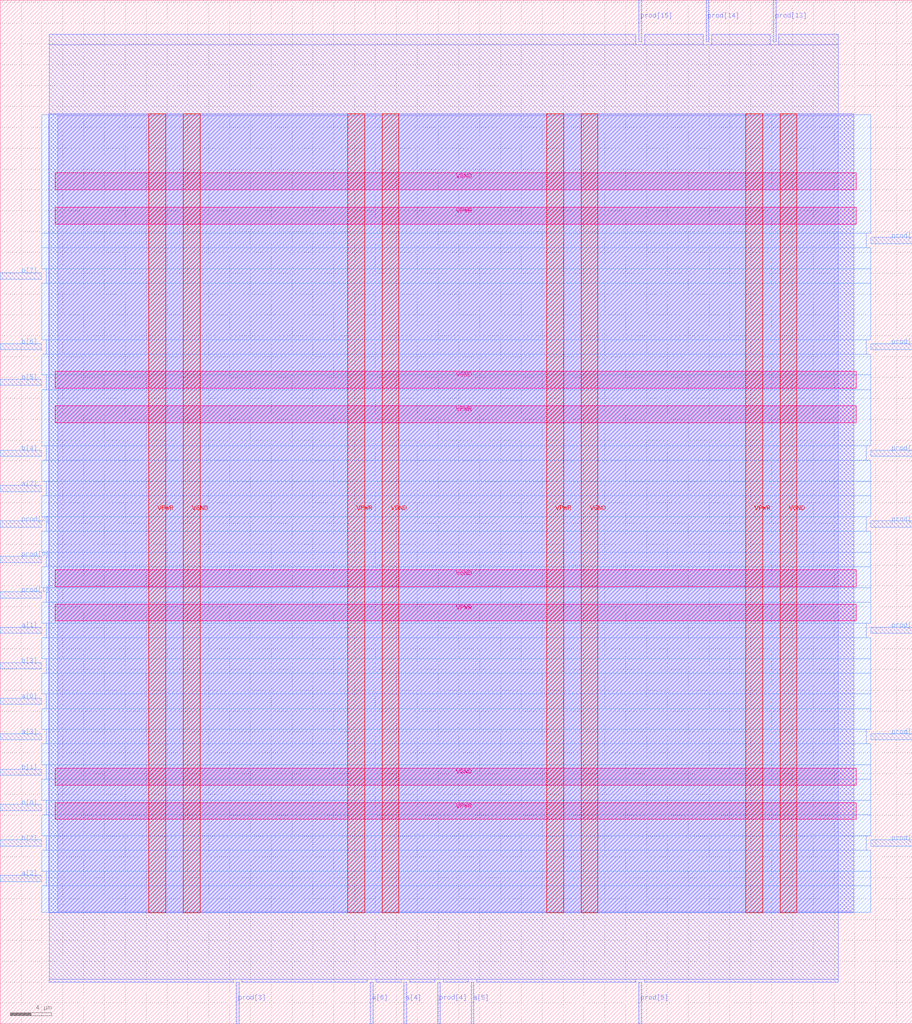
<source format=lef>
VERSION 5.7 ;
  NOWIREEXTENSIONATPIN ON ;
  DIVIDERCHAR "/" ;
  BUSBITCHARS "[]" ;
MACRO pes_vedic_mul
  CLASS BLOCK ;
  FOREIGN pes_vedic_mul ;
  ORIGIN 0.000 0.000 ;
  SIZE 87.495 BY 98.215 ;
  PIN VGND
    DIRECTION INOUT ;
    USE GROUND ;
    PORT
      LAYER met4 ;
        RECT 17.565 10.640 19.165 87.280 ;
    END
    PORT
      LAYER met4 ;
        RECT 36.655 10.640 38.255 87.280 ;
    END
    PORT
      LAYER met4 ;
        RECT 55.745 10.640 57.345 87.280 ;
    END
    PORT
      LAYER met4 ;
        RECT 74.835 10.640 76.435 87.280 ;
    END
    PORT
      LAYER met5 ;
        RECT 5.280 22.900 82.120 24.500 ;
    END
    PORT
      LAYER met5 ;
        RECT 5.280 41.940 82.120 43.540 ;
    END
    PORT
      LAYER met5 ;
        RECT 5.280 60.980 82.120 62.580 ;
    END
    PORT
      LAYER met5 ;
        RECT 5.280 80.020 82.120 81.620 ;
    END
  END VGND
  PIN VPWR
    DIRECTION INOUT ;
    USE POWER ;
    PORT
      LAYER met4 ;
        RECT 14.265 10.640 15.865 87.280 ;
    END
    PORT
      LAYER met4 ;
        RECT 33.355 10.640 34.955 87.280 ;
    END
    PORT
      LAYER met4 ;
        RECT 52.445 10.640 54.045 87.280 ;
    END
    PORT
      LAYER met4 ;
        RECT 71.535 10.640 73.135 87.280 ;
    END
    PORT
      LAYER met5 ;
        RECT 5.280 19.600 82.120 21.200 ;
    END
    PORT
      LAYER met5 ;
        RECT 5.280 38.640 82.120 40.240 ;
    END
    PORT
      LAYER met5 ;
        RECT 5.280 57.680 82.120 59.280 ;
    END
    PORT
      LAYER met5 ;
        RECT 5.280 76.720 82.120 78.320 ;
    END
  END VPWR
  PIN a[0]
    DIRECTION INPUT ;
    USE SIGNAL ;
    ANTENNAGATEAREA 0.213000 ;
    PORT
      LAYER met3 ;
        RECT 0.000 30.640 4.000 31.240 ;
    END
  END a[0]
  PIN a[1]
    DIRECTION INPUT ;
    USE SIGNAL ;
    ANTENNAGATEAREA 0.213000 ;
    PORT
      LAYER met3 ;
        RECT 0.000 37.440 4.000 38.040 ;
    END
  END a[1]
  PIN a[2]
    DIRECTION INPUT ;
    USE SIGNAL ;
    ANTENNAGATEAREA 0.742500 ;
    PORT
      LAYER met3 ;
        RECT 0.000 13.640 4.000 14.240 ;
    END
  END a[2]
  PIN a[3]
    DIRECTION INPUT ;
    USE SIGNAL ;
    ANTENNAGATEAREA 0.495000 ;
    PORT
      LAYER met3 ;
        RECT 0.000 27.240 4.000 27.840 ;
    END
  END a[3]
  PIN a[4]
    DIRECTION INPUT ;
    USE SIGNAL ;
    ANTENNAGATEAREA 0.196500 ;
    PORT
      LAYER met2 ;
        RECT 38.730 0.000 39.010 4.000 ;
    END
  END a[4]
  PIN a[5]
    DIRECTION INPUT ;
    USE SIGNAL ;
    ANTENNAGATEAREA 0.196500 ;
    PORT
      LAYER met2 ;
        RECT 45.170 0.000 45.450 4.000 ;
    END
  END a[5]
  PIN a[6]
    DIRECTION INPUT ;
    USE SIGNAL ;
    ANTENNAGATEAREA 0.196500 ;
    PORT
      LAYER met2 ;
        RECT 35.510 0.000 35.790 4.000 ;
    END
  END a[6]
  PIN a[7]
    DIRECTION INPUT ;
    USE SIGNAL ;
    ANTENNAGATEAREA 0.196500 ;
    PORT
      LAYER met3 ;
        RECT 0.000 51.040 4.000 51.640 ;
    END
  END a[7]
  PIN b[0]
    DIRECTION INPUT ;
    USE SIGNAL ;
    ANTENNAGATEAREA 0.213000 ;
    PORT
      LAYER met3 ;
        RECT 0.000 20.440 4.000 21.040 ;
    END
  END b[0]
  PIN b[1]
    DIRECTION INPUT ;
    USE SIGNAL ;
    ANTENNAGATEAREA 0.247500 ;
    PORT
      LAYER met3 ;
        RECT 0.000 23.840 4.000 24.440 ;
    END
  END b[1]
  PIN b[2]
    DIRECTION INPUT ;
    USE SIGNAL ;
    ANTENNAGATEAREA 0.247500 ;
    PORT
      LAYER met3 ;
        RECT 0.000 17.040 4.000 17.640 ;
    END
  END b[2]
  PIN b[3]
    DIRECTION INPUT ;
    USE SIGNAL ;
    ANTENNAGATEAREA 0.247500 ;
    PORT
      LAYER met3 ;
        RECT 0.000 34.040 4.000 34.640 ;
    END
  END b[3]
  PIN b[4]
    DIRECTION INPUT ;
    USE SIGNAL ;
    ANTENNAGATEAREA 0.196500 ;
    PORT
      LAYER met3 ;
        RECT 0.000 54.440 4.000 55.040 ;
    END
  END b[4]
  PIN b[5]
    DIRECTION INPUT ;
    USE SIGNAL ;
    ANTENNAGATEAREA 0.159000 ;
    PORT
      LAYER met3 ;
        RECT 0.000 61.240 4.000 61.840 ;
    END
  END b[5]
  PIN b[6]
    DIRECTION INPUT ;
    USE SIGNAL ;
    ANTENNAGATEAREA 0.196500 ;
    PORT
      LAYER met3 ;
        RECT 0.000 64.640 4.000 65.240 ;
    END
  END b[6]
  PIN b[7]
    DIRECTION INPUT ;
    USE SIGNAL ;
    ANTENNAGATEAREA 0.213000 ;
    PORT
      LAYER met3 ;
        RECT 0.000 71.440 4.000 72.040 ;
    END
  END b[7]
  PIN prod[0]
    DIRECTION OUTPUT TRISTATE ;
    USE SIGNAL ;
    ANTENNADIFFAREA 0.795200 ;
    PORT
      LAYER met3 ;
        RECT 0.000 44.240 4.000 44.840 ;
    END
  END prod[0]
  PIN prod[10]
    DIRECTION OUTPUT TRISTATE ;
    USE SIGNAL ;
    ANTENNADIFFAREA 0.795200 ;
    PORT
      LAYER met3 ;
        RECT 83.495 54.440 87.495 55.040 ;
    END
  END prod[10]
  PIN prod[11]
    DIRECTION OUTPUT TRISTATE ;
    USE SIGNAL ;
    ANTENNADIFFAREA 0.445500 ;
    PORT
      LAYER met3 ;
        RECT 83.495 64.640 87.495 65.240 ;
    END
  END prod[11]
  PIN prod[12]
    DIRECTION OUTPUT TRISTATE ;
    USE SIGNAL ;
    ANTENNADIFFAREA 0.795200 ;
    PORT
      LAYER met3 ;
        RECT 83.495 74.840 87.495 75.440 ;
    END
  END prod[12]
  PIN prod[13]
    DIRECTION OUTPUT TRISTATE ;
    USE SIGNAL ;
    ANTENNADIFFAREA 0.795200 ;
    PORT
      LAYER met2 ;
        RECT 74.150 94.215 74.430 98.215 ;
    END
  END prod[13]
  PIN prod[14]
    DIRECTION OUTPUT TRISTATE ;
    USE SIGNAL ;
    ANTENNADIFFAREA 0.795200 ;
    PORT
      LAYER met2 ;
        RECT 67.710 94.215 67.990 98.215 ;
    END
  END prod[14]
  PIN prod[15]
    DIRECTION OUTPUT TRISTATE ;
    USE SIGNAL ;
    ANTENNADIFFAREA 1.336500 ;
    PORT
      LAYER met2 ;
        RECT 61.270 94.215 61.550 98.215 ;
    END
  END prod[15]
  PIN prod[1]
    DIRECTION OUTPUT TRISTATE ;
    USE SIGNAL ;
    ANTENNADIFFAREA 0.795200 ;
    PORT
      LAYER met3 ;
        RECT 0.000 40.840 4.000 41.440 ;
    END
  END prod[1]
  PIN prod[2]
    DIRECTION OUTPUT TRISTATE ;
    USE SIGNAL ;
    ANTENNADIFFAREA 0.795200 ;
    PORT
      LAYER met3 ;
        RECT 0.000 47.640 4.000 48.240 ;
    END
  END prod[2]
  PIN prod[3]
    DIRECTION OUTPUT TRISTATE ;
    USE SIGNAL ;
    ANTENNADIFFAREA 0.795200 ;
    PORT
      LAYER met2 ;
        RECT 22.630 0.000 22.910 4.000 ;
    END
  END prod[3]
  PIN prod[4]
    DIRECTION OUTPUT TRISTATE ;
    USE SIGNAL ;
    ANTENNADIFFAREA 0.795200 ;
    PORT
      LAYER met2 ;
        RECT 41.950 0.000 42.230 4.000 ;
    END
  END prod[4]
  PIN prod[5]
    DIRECTION OUTPUT TRISTATE ;
    USE SIGNAL ;
    ANTENNADIFFAREA 0.795200 ;
    PORT
      LAYER met2 ;
        RECT 61.270 0.000 61.550 4.000 ;
    END
  END prod[5]
  PIN prod[6]
    DIRECTION OUTPUT TRISTATE ;
    USE SIGNAL ;
    ANTENNADIFFAREA 0.445500 ;
    PORT
      LAYER met3 ;
        RECT 83.495 17.040 87.495 17.640 ;
    END
  END prod[6]
  PIN prod[7]
    DIRECTION OUTPUT TRISTATE ;
    USE SIGNAL ;
    ANTENNADIFFAREA 0.795200 ;
    PORT
      LAYER met3 ;
        RECT 83.495 27.240 87.495 27.840 ;
    END
  END prod[7]
  PIN prod[8]
    DIRECTION OUTPUT TRISTATE ;
    USE SIGNAL ;
    ANTENNADIFFAREA 0.445500 ;
    PORT
      LAYER met3 ;
        RECT 83.495 37.440 87.495 38.040 ;
    END
  END prod[8]
  PIN prod[9]
    DIRECTION OUTPUT TRISTATE ;
    USE SIGNAL ;
    ANTENNADIFFAREA 0.795200 ;
    PORT
      LAYER met3 ;
        RECT 83.495 47.640 87.495 48.240 ;
    END
  END prod[9]
  OBS
      LAYER li1 ;
        RECT 5.520 10.795 81.880 87.125 ;
      LAYER met1 ;
        RECT 4.670 10.640 81.880 87.280 ;
      LAYER met2 ;
        RECT 4.690 93.935 60.990 94.930 ;
        RECT 61.830 93.935 67.430 94.930 ;
        RECT 68.270 93.935 73.870 94.930 ;
        RECT 74.710 93.935 80.410 94.930 ;
        RECT 4.690 4.280 80.410 93.935 ;
        RECT 4.690 4.000 22.350 4.280 ;
        RECT 23.190 4.000 35.230 4.280 ;
        RECT 36.070 4.000 38.450 4.280 ;
        RECT 39.290 4.000 41.670 4.280 ;
        RECT 42.510 4.000 44.890 4.280 ;
        RECT 45.730 4.000 60.990 4.280 ;
        RECT 61.830 4.000 80.410 4.280 ;
      LAYER met3 ;
        RECT 4.000 75.840 83.495 87.205 ;
        RECT 4.000 74.440 83.095 75.840 ;
        RECT 4.000 72.440 83.495 74.440 ;
        RECT 4.400 71.040 83.495 72.440 ;
        RECT 4.000 65.640 83.495 71.040 ;
        RECT 4.400 64.240 83.095 65.640 ;
        RECT 4.000 62.240 83.495 64.240 ;
        RECT 4.400 60.840 83.495 62.240 ;
        RECT 4.000 55.440 83.495 60.840 ;
        RECT 4.400 54.040 83.095 55.440 ;
        RECT 4.000 52.040 83.495 54.040 ;
        RECT 4.400 50.640 83.495 52.040 ;
        RECT 4.000 48.640 83.495 50.640 ;
        RECT 4.400 47.240 83.095 48.640 ;
        RECT 4.000 45.240 83.495 47.240 ;
        RECT 4.400 43.840 83.495 45.240 ;
        RECT 4.000 41.840 83.495 43.840 ;
        RECT 4.400 40.440 83.495 41.840 ;
        RECT 4.000 38.440 83.495 40.440 ;
        RECT 4.400 37.040 83.095 38.440 ;
        RECT 4.000 35.040 83.495 37.040 ;
        RECT 4.400 33.640 83.495 35.040 ;
        RECT 4.000 31.640 83.495 33.640 ;
        RECT 4.400 30.240 83.495 31.640 ;
        RECT 4.000 28.240 83.495 30.240 ;
        RECT 4.400 26.840 83.095 28.240 ;
        RECT 4.000 24.840 83.495 26.840 ;
        RECT 4.400 23.440 83.495 24.840 ;
        RECT 4.000 21.440 83.495 23.440 ;
        RECT 4.400 20.040 83.495 21.440 ;
        RECT 4.000 18.040 83.495 20.040 ;
        RECT 4.400 16.640 83.095 18.040 ;
        RECT 4.000 14.640 83.495 16.640 ;
        RECT 4.400 13.240 83.495 14.640 ;
        RECT 4.000 10.715 83.495 13.240 ;
  END
END pes_vedic_mul
END LIBRARY


</source>
